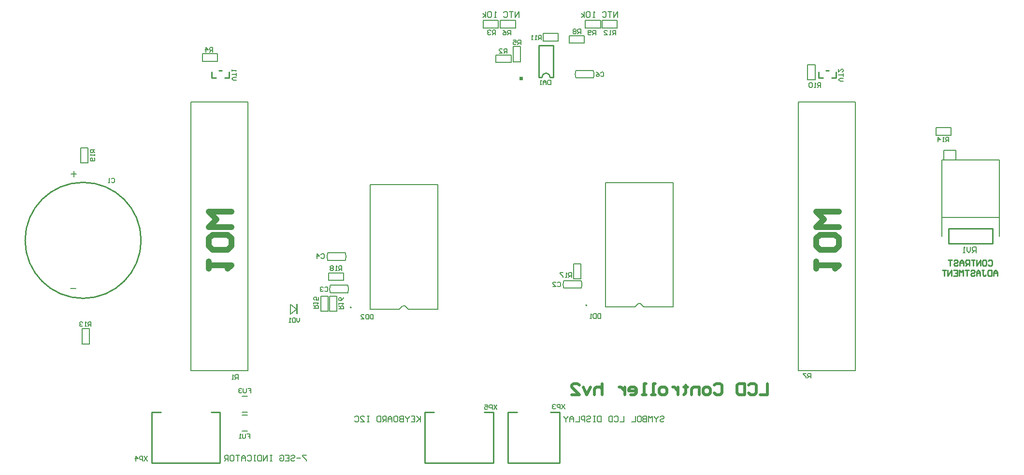
<source format=gbo>
G04*
G04 #@! TF.GenerationSoftware,Altium Limited,Altium Designer,18.1.1 (9)*
G04*
G04 Layer_Color=32896*
%FSLAX24Y24*%
%MOIN*%
G70*
G01*
G75*
%ADD10C,0.0079*%
%ADD11C,0.0394*%
%ADD12C,0.0197*%
%ADD56C,0.0070*%
%ADD57C,0.0100*%
G36*
X25624Y28185D02*
Y27465D01*
X25514D01*
Y28185D01*
X25624D01*
D02*
G37*
G36*
X40913Y43854D02*
X41163D01*
Y43604D01*
X40913D01*
Y43854D01*
D02*
G37*
D10*
X29325Y27944D02*
G03*
X29325Y27944I-35J0D01*
G01*
X45575Y28094D02*
G03*
X45575Y28094I-35J0D01*
G01*
X32882Y28052D02*
X33020D01*
X32641Y27816D02*
X32877Y28052D01*
X33025D02*
X33261Y27816D01*
X30622D02*
X32641D01*
X33261D02*
X35280D01*
Y36409D01*
X30622D02*
X35280D01*
X30622Y27816D02*
Y36409D01*
X62116Y42106D02*
X64085D01*
X60148D02*
X62116D01*
X62126Y23593D02*
X64085D01*
Y42106D01*
X60148Y23593D02*
X62126D01*
X60148D02*
Y42106D01*
X46872Y27966D02*
Y36559D01*
X51530D01*
Y27966D02*
Y36559D01*
X49511Y27966D02*
X51530D01*
X46872D02*
X48891D01*
X49275Y28202D02*
X49511Y27966D01*
X48891D02*
X49127Y28202D01*
X49132D02*
X49270D01*
X20226Y42106D02*
X22195D01*
X18258D02*
X20226D01*
X20236Y23593D02*
X22195D01*
Y42106D01*
X18258Y23593D02*
X20236D01*
X18258D02*
Y42106D01*
X21791Y20728D02*
X22146D01*
X21791Y21831D02*
X22146D01*
X25144Y27495D02*
Y28155D01*
X25574Y27825D01*
X25144Y27495D02*
X25574Y27825D01*
X21791Y19409D02*
X22146D01*
X21791Y20512D02*
X22146D01*
X10187Y36939D02*
Y37343D01*
X10010Y37146D02*
X10364D01*
X9961Y29242D02*
X10315D01*
X74016Y32854D02*
Y38100D01*
X70063Y32854D02*
Y38100D01*
X74016D01*
X70079Y34154D02*
X74016D01*
X70207Y38110D02*
Y38770D01*
X71024D01*
Y38110D02*
Y38770D01*
X30837Y27461D02*
Y27146D01*
X30679D01*
X30627Y27198D01*
Y27408D01*
X30679Y27461D01*
X30837D01*
X30522D02*
Y27146D01*
X30364D01*
X30312Y27198D01*
Y27408D01*
X30364Y27461D01*
X30522D01*
X29997Y27146D02*
X30207D01*
X29997Y27356D01*
Y27408D01*
X30049Y27461D01*
X30154D01*
X30207Y27408D01*
X34104Y20443D02*
Y20049D01*
Y20180D01*
X33842Y20443D01*
X34039Y20246D01*
X33842Y20049D01*
X33448Y20443D02*
X33711D01*
Y20049D01*
X33448D01*
X33711Y20246D02*
X33580D01*
X33317Y20443D02*
Y20377D01*
X33186Y20246D01*
X33055Y20377D01*
Y20443D01*
X33186Y20246D02*
Y20049D01*
X32924Y20443D02*
Y20049D01*
X32727D01*
X32661Y20115D01*
Y20180D01*
X32727Y20246D01*
X32924D01*
X32727D01*
X32661Y20312D01*
Y20377D01*
X32727Y20443D01*
X32924D01*
X32333D02*
X32464D01*
X32530Y20377D01*
Y20115D01*
X32464Y20049D01*
X32333D01*
X32268Y20115D01*
Y20377D01*
X32333Y20443D01*
X32136Y20049D02*
Y20312D01*
X32005Y20443D01*
X31874Y20312D01*
Y20049D01*
Y20246D01*
X32136D01*
X31743Y20049D02*
Y20443D01*
X31546D01*
X31481Y20377D01*
Y20246D01*
X31546Y20180D01*
X31743D01*
X31612D02*
X31481Y20049D01*
X31349Y20443D02*
Y20049D01*
X31153D01*
X31087Y20115D01*
Y20377D01*
X31153Y20443D01*
X31349D01*
X30562D02*
X30431D01*
X30497D01*
Y20049D01*
X30562D01*
X30431D01*
X29972D02*
X30234D01*
X29972Y20312D01*
Y20377D01*
X30037Y20443D01*
X30169D01*
X30234Y20377D01*
X29578D02*
X29644Y20443D01*
X29775D01*
X29841Y20377D01*
Y20115D01*
X29775Y20049D01*
X29644D01*
X29578Y20115D01*
X26220Y17736D02*
X25958D01*
Y17671D01*
X26220Y17408D01*
Y17343D01*
X25827Y17539D02*
X25565D01*
X25171Y17671D02*
X25237Y17736D01*
X25368D01*
X25433Y17671D01*
Y17605D01*
X25368Y17539D01*
X25237D01*
X25171Y17474D01*
Y17408D01*
X25237Y17343D01*
X25368D01*
X25433Y17408D01*
X24777Y17736D02*
X25040D01*
Y17343D01*
X24777D01*
X25040Y17539D02*
X24909D01*
X24384Y17671D02*
X24449Y17736D01*
X24581D01*
X24646Y17671D01*
Y17408D01*
X24581Y17343D01*
X24449D01*
X24384Y17408D01*
Y17539D01*
X24515D01*
X23859Y17736D02*
X23728D01*
X23793D01*
Y17343D01*
X23859D01*
X23728D01*
X23531D02*
Y17736D01*
X23269Y17343D01*
Y17736D01*
X23137D02*
Y17343D01*
X22941D01*
X22875Y17408D01*
Y17671D01*
X22941Y17736D01*
X23137D01*
X22744D02*
X22613D01*
X22678D01*
Y17343D01*
X22744D01*
X22613D01*
X22154Y17671D02*
X22219Y17736D01*
X22350D01*
X22416Y17671D01*
Y17408D01*
X22350Y17343D01*
X22219D01*
X22154Y17408D01*
X22022Y17343D02*
Y17605D01*
X21891Y17736D01*
X21760Y17605D01*
Y17343D01*
Y17539D01*
X22022D01*
X21629Y17736D02*
X21366D01*
X21498D01*
Y17343D01*
X21038Y17736D02*
X21170D01*
X21235Y17671D01*
Y17408D01*
X21170Y17343D01*
X21038D01*
X20973Y17408D01*
Y17671D01*
X21038Y17736D01*
X20842Y17343D02*
Y17736D01*
X20645D01*
X20579Y17671D01*
Y17539D01*
X20645Y17474D01*
X20842D01*
X20710D02*
X20579Y17343D01*
X50623Y20377D02*
X50689Y20443D01*
X50820D01*
X50886Y20377D01*
Y20312D01*
X50820Y20246D01*
X50689D01*
X50623Y20180D01*
Y20115D01*
X50689Y20049D01*
X50820D01*
X50886Y20115D01*
X50492Y20443D02*
Y20377D01*
X50361Y20246D01*
X50230Y20377D01*
Y20443D01*
X50361Y20246D02*
Y20049D01*
X50099D02*
Y20443D01*
X49967Y20312D01*
X49836Y20443D01*
Y20049D01*
X49705Y20443D02*
Y20049D01*
X49508D01*
X49443Y20115D01*
Y20180D01*
X49508Y20246D01*
X49705D01*
X49508D01*
X49443Y20312D01*
Y20377D01*
X49508Y20443D01*
X49705D01*
X49115D02*
X49246D01*
X49312Y20377D01*
Y20115D01*
X49246Y20049D01*
X49115D01*
X49049Y20115D01*
Y20377D01*
X49115Y20443D01*
X48918D02*
Y20049D01*
X48656D01*
X48131Y20443D02*
Y20049D01*
X47868D01*
X47475Y20377D02*
X47540Y20443D01*
X47672D01*
X47737Y20377D01*
Y20115D01*
X47672Y20049D01*
X47540D01*
X47475Y20115D01*
X47344Y20443D02*
Y20049D01*
X47147D01*
X47081Y20115D01*
Y20377D01*
X47147Y20443D01*
X47344D01*
X46557D02*
Y20049D01*
X46360D01*
X46294Y20115D01*
Y20377D01*
X46360Y20443D01*
X46557D01*
X46163D02*
X46032D01*
X46097D01*
Y20049D01*
X46163D01*
X46032D01*
X45573Y20377D02*
X45638Y20443D01*
X45769D01*
X45835Y20377D01*
Y20312D01*
X45769Y20246D01*
X45638D01*
X45573Y20180D01*
Y20115D01*
X45638Y20049D01*
X45769D01*
X45835Y20115D01*
X45441Y20049D02*
Y20443D01*
X45245D01*
X45179Y20377D01*
Y20246D01*
X45245Y20180D01*
X45441D01*
X45048Y20443D02*
Y20049D01*
X44785D01*
X44654D02*
Y20312D01*
X44523Y20443D01*
X44392Y20312D01*
Y20049D01*
Y20246D01*
X44654D01*
X44261Y20443D02*
Y20377D01*
X44129Y20246D01*
X43998Y20377D01*
Y20443D01*
X44129Y20246D02*
Y20049D01*
X40886Y47953D02*
Y48346D01*
X40623Y47953D01*
Y48346D01*
X40492D02*
X40230D01*
X40361D01*
Y47953D01*
X39836Y48281D02*
X39902Y48346D01*
X40033D01*
X40099Y48281D01*
Y48018D01*
X40033Y47953D01*
X39902D01*
X39836Y48018D01*
X39312Y47953D02*
X39180D01*
X39246D01*
Y48346D01*
X39312Y48281D01*
X38984D02*
X38918Y48346D01*
X38787D01*
X38721Y48281D01*
Y48018D01*
X38787Y47953D01*
X38918D01*
X38984Y48018D01*
Y48281D01*
X38590Y47953D02*
Y48346D01*
Y48084D02*
X38393Y48215D01*
X38590Y48084D02*
X38393Y47953D01*
X47697D02*
Y48346D01*
X47434Y47953D01*
Y48346D01*
X47303D02*
X47041D01*
X47172D01*
Y47953D01*
X46647Y48281D02*
X46713Y48346D01*
X46844D01*
X46910Y48281D01*
Y48018D01*
X46844Y47953D01*
X46713D01*
X46647Y48018D01*
X46123Y47953D02*
X45991D01*
X46057D01*
Y48346D01*
X46123Y48281D01*
X45795D02*
X45729Y48346D01*
X45598D01*
X45532Y48281D01*
Y48018D01*
X45598Y47953D01*
X45729D01*
X45795Y48018D01*
Y48281D01*
X45401Y47953D02*
Y48346D01*
Y48084D02*
X45204Y48215D01*
X45401Y48084D02*
X45204Y47953D01*
X39360Y21220D02*
X39150Y20906D01*
Y21220D02*
X39360Y20906D01*
X39045D02*
Y21220D01*
X38888D01*
X38835Y21168D01*
Y21063D01*
X38888Y21010D01*
X39045D01*
X38521Y21220D02*
X38731D01*
Y21063D01*
X38626Y21115D01*
X38573D01*
X38521Y21063D01*
Y20958D01*
X38573Y20906D01*
X38678D01*
X38731Y20958D01*
X11634Y38829D02*
X11319D01*
Y38671D01*
X11371Y38619D01*
X11476D01*
X11529Y38671D01*
Y38829D01*
Y38724D02*
X11634Y38619D01*
Y38514D02*
Y38409D01*
Y38461D01*
X11319D01*
X11371Y38514D01*
X11581Y38252D02*
X11634Y38199D01*
Y38094D01*
X11581Y38042D01*
X11371D01*
X11319Y38094D01*
Y38199D01*
X11371Y38252D01*
X11424D01*
X11476Y38199D01*
Y38042D01*
X15246Y17667D02*
X15036Y17352D01*
Y17667D02*
X15246Y17352D01*
X14931D02*
Y17667D01*
X14774D01*
X14721Y17615D01*
Y17510D01*
X14774Y17457D01*
X14931D01*
X14459Y17352D02*
Y17667D01*
X14616Y17510D01*
X14406D01*
X44045Y21258D02*
X43835Y20943D01*
Y21258D02*
X44045Y20943D01*
X43730D02*
Y21258D01*
X43573D01*
X43521Y21206D01*
Y21101D01*
X43573Y21048D01*
X43730D01*
X43416Y21206D02*
X43363Y21258D01*
X43258D01*
X43206Y21206D01*
Y21153D01*
X43258Y21101D01*
X43311D01*
X43258D01*
X43206Y21048D01*
Y20996D01*
X43258Y20943D01*
X43363D01*
X43416Y20996D01*
X63258Y43553D02*
X63048D01*
X62943Y43658D01*
X63048Y43763D01*
X63258D01*
Y43868D02*
Y44078D01*
Y43973D01*
X62943D01*
Y44393D02*
Y44183D01*
X63153Y44393D01*
X63205D01*
X63258Y44340D01*
Y44235D01*
X63205Y44183D01*
X21407Y43602D02*
X21197D01*
X21093Y43707D01*
X21197Y43812D01*
X21407D01*
Y43917D02*
Y44127D01*
Y44022D01*
X21093D01*
Y44232D02*
Y44337D01*
Y44285D01*
X21407D01*
X21355Y44232D01*
X25778Y27214D02*
Y27005D01*
X25673Y26900D01*
X25568Y27005D01*
Y27214D01*
X25463D02*
Y26900D01*
X25305D01*
X25253Y26952D01*
Y27162D01*
X25305Y27214D01*
X25463D01*
X25148Y26900D02*
X25043D01*
X25095D01*
Y27214D01*
X25148Y27162D01*
X28661Y30492D02*
Y30807D01*
X28504D01*
X28452Y30755D01*
Y30650D01*
X28504Y30597D01*
X28661D01*
X28556D02*
X28452Y30492D01*
X28347D02*
X28242D01*
X28294D01*
Y30807D01*
X28347Y30755D01*
X28084D02*
X28032Y30807D01*
X27927D01*
X27874Y30755D01*
Y30702D01*
X27927Y30650D01*
X27874Y30597D01*
Y30545D01*
X27927Y30492D01*
X28032D01*
X28084Y30545D01*
Y30597D01*
X28032Y30650D01*
X28084Y30702D01*
Y30755D01*
X28032Y30650D02*
X27927D01*
X44518Y30020D02*
Y30335D01*
X44360D01*
X44308Y30282D01*
Y30177D01*
X44360Y30125D01*
X44518D01*
X44413D02*
X44308Y30020D01*
X44203D02*
X44098D01*
X44150D01*
Y30335D01*
X44203Y30282D01*
X43940Y30335D02*
X43731D01*
Y30282D01*
X43940Y30072D01*
Y30020D01*
X28474Y27835D02*
X28789D01*
Y27992D01*
X28737Y28045D01*
X28632D01*
X28579Y27992D01*
Y27835D01*
Y27940D02*
X28474Y28045D01*
Y28149D02*
Y28254D01*
Y28202D01*
X28789D01*
X28737Y28149D01*
X28789Y28622D02*
X28737Y28517D01*
X28632Y28412D01*
X28527D01*
X28474Y28464D01*
Y28569D01*
X28527Y28622D01*
X28579D01*
X28632Y28569D01*
Y28412D01*
X26732Y27874D02*
X27047D01*
Y28031D01*
X26995Y28084D01*
X26890D01*
X26837Y28031D01*
Y27874D01*
Y27979D02*
X26732Y28084D01*
Y28189D02*
Y28294D01*
Y28241D01*
X27047D01*
X26995Y28189D01*
X27047Y28661D02*
Y28451D01*
X26890D01*
X26942Y28556D01*
Y28609D01*
X26890Y28661D01*
X26785D01*
X26732Y28609D01*
Y28504D01*
X26785Y28451D01*
X70541Y39370D02*
Y39685D01*
X70384D01*
X70331Y39632D01*
Y39528D01*
X70384Y39475D01*
X70541D01*
X70436D02*
X70331Y39370D01*
X70226D02*
X70122D01*
X70174D01*
Y39685D01*
X70226Y39632D01*
X69807Y39370D02*
Y39685D01*
X69964Y39528D01*
X69754D01*
X11378Y26634D02*
Y26949D01*
X11221D01*
X11168Y26896D01*
Y26791D01*
X11221Y26739D01*
X11378D01*
X11273D02*
X11168Y26634D01*
X11063D02*
X10958D01*
X11011D01*
Y26949D01*
X11063Y26896D01*
X10801D02*
X10748Y26949D01*
X10643D01*
X10591Y26896D01*
Y26844D01*
X10643Y26791D01*
X10696D01*
X10643D01*
X10591Y26739D01*
Y26686D01*
X10643Y26634D01*
X10748D01*
X10801Y26686D01*
X47559Y46742D02*
Y47057D01*
X47402D01*
X47349Y47005D01*
Y46900D01*
X47402Y46847D01*
X47559D01*
X47454D02*
X47349Y46742D01*
X47244D02*
X47139D01*
X47192D01*
Y47057D01*
X47244Y47005D01*
X46772Y46742D02*
X46982D01*
X46772Y46952D01*
Y47005D01*
X46824Y47057D01*
X46929D01*
X46982Y47005D01*
X42431Y46398D02*
Y46712D01*
X42274D01*
X42221Y46660D01*
Y46555D01*
X42274Y46503D01*
X42431D01*
X42326D02*
X42221Y46398D01*
X42116D02*
X42011D01*
X42064D01*
Y46712D01*
X42116Y46660D01*
X41854Y46398D02*
X41749D01*
X41801D01*
Y46712D01*
X41854Y46660D01*
X61693Y43130D02*
Y43445D01*
X61535D01*
X61483Y43392D01*
Y43287D01*
X61535Y43235D01*
X61693D01*
X61588D02*
X61483Y43130D01*
X61378D02*
X61273D01*
X61326D01*
Y43445D01*
X61378Y43392D01*
X61116D02*
X61063Y43445D01*
X60958D01*
X60906Y43392D01*
Y43182D01*
X60958Y43130D01*
X61063D01*
X61116Y43182D01*
Y43392D01*
X46181Y46742D02*
Y47057D01*
X46024D01*
X45971Y47005D01*
Y46900D01*
X46024Y46847D01*
X46181D01*
X46076D02*
X45971Y46742D01*
X45866Y46795D02*
X45814Y46742D01*
X45709D01*
X45656Y46795D01*
Y47005D01*
X45709Y47057D01*
X45814D01*
X45866Y47005D01*
Y46952D01*
X45814Y46900D01*
X45656D01*
X45148Y46821D02*
Y47136D01*
X44990D01*
X44938Y47083D01*
Y46978D01*
X44990Y46926D01*
X45148D01*
X45043D02*
X44938Y46821D01*
X44833Y47083D02*
X44780Y47136D01*
X44675D01*
X44623Y47083D01*
Y47031D01*
X44675Y46978D01*
X44623Y46926D01*
Y46873D01*
X44675Y46821D01*
X44780D01*
X44833Y46873D01*
Y46926D01*
X44780Y46978D01*
X44833Y47031D01*
Y47083D01*
X44780Y46978D02*
X44675D01*
X61014Y23081D02*
Y23396D01*
X60856D01*
X60804Y23343D01*
Y23238D01*
X60856Y23186D01*
X61014D01*
X60909D02*
X60804Y23081D01*
X60699Y23396D02*
X60489D01*
Y23343D01*
X60699Y23133D01*
Y23081D01*
X40315Y46742D02*
Y47057D01*
X40158D01*
X40105Y47005D01*
Y46900D01*
X40158Y46847D01*
X40315D01*
X40210D02*
X40105Y46742D01*
X39790Y47057D02*
X39895Y47005D01*
X40000Y46900D01*
Y46795D01*
X39948Y46742D01*
X39843D01*
X39790Y46795D01*
Y46847D01*
X39843Y46900D01*
X40000D01*
X41014Y46073D02*
Y46388D01*
X40856D01*
X40804Y46335D01*
Y46230D01*
X40856Y46178D01*
X41014D01*
X40909D02*
X40804Y46073D01*
X40489Y46388D02*
X40699D01*
Y46230D01*
X40594Y46283D01*
X40541D01*
X40489Y46230D01*
Y46125D01*
X40541Y46073D01*
X40646D01*
X40699Y46125D01*
X19764Y45561D02*
Y45876D01*
X19606D01*
X19554Y45823D01*
Y45718D01*
X19606Y45666D01*
X19764D01*
X19659D02*
X19554Y45561D01*
X19291D02*
Y45876D01*
X19449Y45718D01*
X19239D01*
X39262Y46752D02*
Y47067D01*
X39104D01*
X39052Y47014D01*
Y46909D01*
X39104Y46857D01*
X39262D01*
X39157D02*
X39052Y46752D01*
X38947Y47014D02*
X38894Y47067D01*
X38790D01*
X38737Y47014D01*
Y46962D01*
X38790Y46909D01*
X38842D01*
X38790D01*
X38737Y46857D01*
Y46804D01*
X38790Y46752D01*
X38894D01*
X38947Y46804D01*
X40059Y45482D02*
Y45797D01*
X39902D01*
X39849Y45745D01*
Y45640D01*
X39902Y45587D01*
X40059D01*
X39954D02*
X39849Y45482D01*
X39534D02*
X39744D01*
X39534Y45692D01*
Y45745D01*
X39587Y45797D01*
X39692D01*
X39744Y45745D01*
X21516Y22992D02*
Y23307D01*
X21358D01*
X21306Y23255D01*
Y23150D01*
X21358Y23097D01*
X21516D01*
X21411D02*
X21306Y22992D01*
X21201D02*
X21096D01*
X21148D01*
Y23307D01*
X21201Y23255D01*
X22192Y22362D02*
X22402D01*
Y22205D01*
X22297D01*
X22402D01*
Y22047D01*
X22087Y22362D02*
Y22100D01*
X22034Y22047D01*
X21929D01*
X21877Y22100D01*
Y22362D01*
X21772Y22310D02*
X21719Y22362D01*
X21614D01*
X21562Y22310D01*
Y22257D01*
X21614Y22205D01*
X21667D01*
X21614D01*
X21562Y22152D01*
Y22100D01*
X21614Y22047D01*
X21719D01*
X21772Y22100D01*
X22133Y19212D02*
X22343D01*
Y19055D01*
X22238D01*
X22343D01*
Y18898D01*
X22028Y19212D02*
Y18950D01*
X21975Y18898D01*
X21870D01*
X21818Y18950D01*
Y19212D01*
X21713Y18898D02*
X21608D01*
X21660D01*
Y19212D01*
X21713Y19160D01*
X46535Y27510D02*
Y27195D01*
X46378D01*
X46326Y27247D01*
Y27457D01*
X46378Y27510D01*
X46535D01*
X46221D02*
Y27195D01*
X46063D01*
X46011Y27247D01*
Y27457D01*
X46063Y27510D01*
X46221D01*
X45906Y27195D02*
X45801D01*
X45853D01*
Y27510D01*
X45906Y27457D01*
X43081Y43622D02*
Y43307D01*
X42923D01*
X42871Y43360D01*
Y43569D01*
X42923Y43622D01*
X43081D01*
X42766Y43307D02*
Y43517D01*
X42661Y43622D01*
X42556Y43517D01*
Y43307D01*
Y43465D01*
X42766D01*
X42451Y43307D02*
X42346D01*
X42399D01*
Y43622D01*
X42451Y43569D01*
X27241Y31591D02*
X27293Y31644D01*
X27398D01*
X27451Y31591D01*
Y31381D01*
X27398Y31329D01*
X27293D01*
X27241Y31381D01*
X26978Y31329D02*
Y31644D01*
X27136Y31486D01*
X26926D01*
X27497Y29298D02*
X27549Y29350D01*
X27654D01*
X27707Y29298D01*
Y29088D01*
X27654Y29035D01*
X27549D01*
X27497Y29088D01*
X27392Y29298D02*
X27339Y29350D01*
X27234D01*
X27182Y29298D01*
Y29245D01*
X27234Y29193D01*
X27287D01*
X27234D01*
X27182Y29140D01*
Y29088D01*
X27234Y29035D01*
X27339D01*
X27392Y29088D01*
X43540Y29632D02*
X43593Y29685D01*
X43698D01*
X43750Y29632D01*
Y29423D01*
X43698Y29370D01*
X43593D01*
X43540Y29423D01*
X43225Y29370D02*
X43435D01*
X43225Y29580D01*
Y29632D01*
X43278Y29685D01*
X43383D01*
X43435Y29632D01*
X12782Y36808D02*
X12835Y36860D01*
X12940D01*
X12992Y36808D01*
Y36598D01*
X12940Y36545D01*
X12835D01*
X12782Y36598D01*
X12677Y36545D02*
X12572D01*
X12625D01*
Y36860D01*
X12677Y36808D01*
X46532Y44130D02*
X46585Y44183D01*
X46690D01*
X46742Y44130D01*
Y43921D01*
X46690Y43868D01*
X46585D01*
X46532Y43921D01*
X46217Y44183D02*
X46322Y44130D01*
X46427Y44026D01*
Y43921D01*
X46375Y43868D01*
X46270D01*
X46217Y43921D01*
Y43973D01*
X46270Y44026D01*
X46427D01*
X72437Y31713D02*
Y32106D01*
X72240D01*
X72174Y32041D01*
Y31909D01*
X72240Y31844D01*
X72437D01*
X72306D02*
X72174Y31713D01*
X72043Y32106D02*
Y31844D01*
X71912Y31713D01*
X71781Y31844D01*
Y32106D01*
X71650Y31713D02*
X71519D01*
X71584D01*
Y32106D01*
X71650Y32041D01*
D11*
X61388Y30600D02*
Y31125D01*
Y30863D01*
X62962D01*
X62700Y30600D01*
Y31912D02*
X62962Y32175D01*
Y32699D01*
X62700Y32962D01*
X61650D01*
X61388Y32699D01*
Y32175D01*
X61650Y31912D01*
X62700D01*
X62962Y33487D02*
X61388D01*
X61913Y34011D01*
X61388Y34536D01*
X62962D01*
X19498Y30600D02*
Y31125D01*
Y30863D01*
X21072D01*
X20810Y30600D01*
Y31912D02*
X21072Y32175D01*
Y32699D01*
X20810Y32962D01*
X19760D01*
X19498Y32699D01*
Y32175D01*
X19760Y31912D01*
X20810D01*
X21072Y33487D02*
X19498D01*
X20023Y34011D01*
X19498Y34536D01*
X21072D01*
D12*
X58041Y22697D02*
Y21909D01*
X57517D01*
X56729Y22565D02*
X56861Y22697D01*
X57123D01*
X57254Y22565D01*
Y22041D01*
X57123Y21909D01*
X56861D01*
X56729Y22041D01*
X56467Y22697D02*
Y21909D01*
X56073D01*
X55942Y22041D01*
Y22565D01*
X56073Y22697D01*
X56467D01*
X54368Y22565D02*
X54499Y22697D01*
X54762D01*
X54893Y22565D01*
Y22041D01*
X54762Y21909D01*
X54499D01*
X54368Y22041D01*
X53974Y21909D02*
X53712D01*
X53581Y22041D01*
Y22303D01*
X53712Y22434D01*
X53974D01*
X54106Y22303D01*
Y22041D01*
X53974Y21909D01*
X53318D02*
Y22434D01*
X52925D01*
X52794Y22303D01*
Y21909D01*
X52400Y22565D02*
Y22434D01*
X52531D01*
X52269D01*
X52400D01*
Y22041D01*
X52269Y21909D01*
X51875Y22434D02*
Y21909D01*
Y22172D01*
X51744Y22303D01*
X51613Y22434D01*
X51482D01*
X50957Y21909D02*
X50695D01*
X50563Y22041D01*
Y22303D01*
X50695Y22434D01*
X50957D01*
X51088Y22303D01*
Y22041D01*
X50957Y21909D01*
X50301D02*
X50039D01*
X50170D01*
Y22697D01*
X50301D01*
X49645Y21909D02*
X49383D01*
X49514D01*
Y22697D01*
X49645D01*
X48596Y21909D02*
X48858D01*
X48989Y22041D01*
Y22303D01*
X48858Y22434D01*
X48596D01*
X48464Y22303D01*
Y22172D01*
X48989D01*
X48202Y22434D02*
Y21909D01*
Y22172D01*
X48071Y22303D01*
X47940Y22434D01*
X47808D01*
X46628Y22697D02*
Y21909D01*
Y22303D01*
X46497Y22434D01*
X46234D01*
X46103Y22303D01*
Y21909D01*
X45841Y22434D02*
X45578Y21909D01*
X45316Y22434D01*
X44529Y21909D02*
X45053D01*
X44529Y22434D01*
Y22565D01*
X44660Y22697D01*
X44922D01*
X45053Y22565D01*
D56*
X28911Y31192D02*
G03*
X28910Y31703I-609J255D01*
G01*
X27703D02*
G03*
X27703Y31192I608J-256D01*
G01*
X29088Y28958D02*
G03*
X29087Y29468I-609J255D01*
G01*
X27880D02*
G03*
X27880Y28958I608J-256D01*
G01*
X45190Y29273D02*
G03*
X45190Y29783I-609J255D01*
G01*
X43983D02*
G03*
X43982Y29273I608J-256D01*
G01*
X46027Y43770D02*
G03*
X46027Y44280I-608J256D01*
G01*
X44820D02*
G03*
X44820Y43770I609J-255D01*
G01*
X10659Y38947D02*
X11171D01*
X10659Y37904D02*
X11171D01*
Y38947D01*
X10659Y37904D02*
Y38947D01*
X27707Y31192D02*
X28907D01*
X27707Y31703D02*
X28907D01*
X27884Y28958D02*
X29084D01*
X27884Y29469D02*
X29085D01*
X43986Y29273D02*
X45186D01*
X43986Y29783D02*
X45187D01*
X27746Y29803D02*
Y30315D01*
X28789Y29803D02*
Y30315D01*
X27746D02*
X28789D01*
X27746Y29803D02*
X28789D01*
X44665Y29911D02*
X45177D01*
X44665Y30955D02*
X45177D01*
X44665Y29911D02*
Y30955D01*
X45177Y29911D02*
Y30955D01*
X27215Y27677D02*
X27726D01*
X27215Y28720D02*
X27726D01*
X27215Y27677D02*
Y28720D01*
X27726Y27677D02*
Y28720D01*
X27815Y27677D02*
X28327D01*
X27815Y28720D02*
X28327D01*
X27815Y27677D02*
Y28720D01*
X28327Y27677D02*
Y28720D01*
X20098Y44921D02*
Y45433D01*
X19055Y44921D02*
Y45433D01*
Y44921D02*
X20098D01*
X19055Y45433D02*
X20098D01*
X60807Y44685D02*
X61319D01*
X60807Y43642D02*
X61319D01*
Y44685D01*
X60807Y43642D02*
Y44685D01*
X40354Y44852D02*
Y45364D01*
X39311Y44852D02*
Y45364D01*
Y44852D02*
X40354D01*
X39311Y45364D02*
X40354D01*
X40482Y45935D02*
X40994D01*
X40482Y44892D02*
X40994D01*
Y45935D01*
X40482Y44892D02*
Y45935D01*
X44360Y46181D02*
Y46693D01*
X45404Y46181D02*
Y46693D01*
X44360D02*
X45404D01*
X44360Y46181D02*
X45404D01*
X42559Y46329D02*
Y46841D01*
X43602Y46329D02*
Y46841D01*
X42559D02*
X43602D01*
X42559Y46329D02*
X43602D01*
X39478Y47224D02*
Y47736D01*
X38435Y47224D02*
Y47736D01*
Y47224D02*
X39478D01*
X38435Y47736D02*
X39478D01*
X46516Y47224D02*
Y47736D01*
X45472Y47224D02*
Y47736D01*
Y47224D02*
X46516D01*
X45472Y47736D02*
X46516D01*
X40650Y47224D02*
Y47736D01*
X39606Y47224D02*
Y47736D01*
Y47224D02*
X40650D01*
X39606Y47736D02*
X40650D01*
X47677Y47224D02*
Y47736D01*
X46634Y47224D02*
Y47736D01*
Y47224D02*
X47677D01*
X46634Y47736D02*
X47677D01*
X44823Y43770D02*
X46024D01*
X44824Y44281D02*
X46024D01*
X69656Y39823D02*
Y40335D01*
X70699Y39823D02*
Y40335D01*
X69656D02*
X70699D01*
X69656Y39823D02*
X70699D01*
X10748Y25423D02*
X11260D01*
X10748Y26467D02*
X11260D01*
X10748Y25423D02*
Y26467D01*
X11260Y25423D02*
Y26467D01*
D57*
X43041Y43806D02*
G03*
X42482Y43825I-279J19D01*
G01*
X14827Y32569D02*
G03*
X14827Y32569I-4000J0D01*
G01*
X34400Y20716D02*
X35030D01*
X38494D02*
X39124D01*
X34400Y17212D02*
X39124D01*
Y20716D01*
X34400Y17212D02*
Y20716D01*
X15551Y20716D02*
X16181D01*
X19646D02*
X20276D01*
X15551Y17212D02*
X20276D01*
Y20716D01*
X15551Y17212D02*
Y20716D01*
X40138Y17212D02*
Y20716D01*
X43681Y17212D02*
Y20716D01*
X40138D02*
X40768D01*
X43051D02*
X43681D01*
X40138Y17212D02*
X43681D01*
X61572Y43773D02*
Y44173D01*
X62072Y44273D02*
X62272D01*
X62472Y43773D02*
X62772D01*
Y44173D01*
X61572Y43773D02*
X61872D01*
X19682Y43783D02*
Y44183D01*
X20182Y44283D02*
X20382D01*
X20582Y43783D02*
X20882D01*
Y44183D01*
X19682Y43783D02*
X19982D01*
X42263Y43804D02*
X42463D01*
X43063D02*
X43263D01*
X42263Y46004D02*
X43263D01*
X42263Y43804D02*
Y46004D01*
X43263Y43804D02*
Y46004D01*
X70527Y32343D02*
X73559D01*
X70527Y33366D02*
X73559D01*
Y32343D02*
Y33366D01*
X70527Y32343D02*
Y33366D01*
X73888Y30118D02*
Y30380D01*
X73757Y30512D01*
X73625Y30380D01*
Y30118D01*
Y30315D01*
X73888D01*
X73494Y30512D02*
Y30118D01*
X73297D01*
X73232Y30184D01*
Y30446D01*
X73297Y30512D01*
X73494D01*
X72838D02*
X72969D01*
X72904D01*
Y30184D01*
X72969Y30118D01*
X73035D01*
X73101Y30184D01*
X72707Y30118D02*
Y30380D01*
X72576Y30512D01*
X72445Y30380D01*
Y30118D01*
Y30315D01*
X72707D01*
X72051Y30446D02*
X72117Y30512D01*
X72248D01*
X72313Y30446D01*
Y30380D01*
X72248Y30315D01*
X72117D01*
X72051Y30249D01*
Y30184D01*
X72117Y30118D01*
X72248D01*
X72313Y30184D01*
X71920Y30512D02*
X71658D01*
X71789D01*
Y30118D01*
X71526D02*
Y30512D01*
X71395Y30380D01*
X71264Y30512D01*
Y30118D01*
X70870Y30512D02*
X71133D01*
Y30118D01*
X70870D01*
X71133Y30315D02*
X71002D01*
X70739Y30118D02*
Y30512D01*
X70477Y30118D01*
Y30512D01*
X70346D02*
X70083D01*
X70214D01*
Y30118D01*
X73261Y31135D02*
X73327Y31201D01*
X73458D01*
X73524Y31135D01*
Y30873D01*
X73458Y30807D01*
X73327D01*
X73261Y30873D01*
X72933Y31201D02*
X73064D01*
X73130Y31135D01*
Y30873D01*
X73064Y30807D01*
X72933D01*
X72868Y30873D01*
Y31135D01*
X72933Y31201D01*
X72736Y30807D02*
Y31201D01*
X72474Y30807D01*
Y31201D01*
X72343D02*
X72081D01*
X72212D01*
Y30807D01*
X71949D02*
Y31201D01*
X71753D01*
X71687Y31135D01*
Y31004D01*
X71753Y30938D01*
X71949D01*
X71818D02*
X71687Y30807D01*
X71556D02*
Y31069D01*
X71425Y31201D01*
X71293Y31069D01*
Y30807D01*
Y31004D01*
X71556D01*
X70900Y31135D02*
X70965Y31201D01*
X71097D01*
X71162Y31135D01*
Y31069D01*
X71097Y31004D01*
X70965D01*
X70900Y30938D01*
Y30873D01*
X70965Y30807D01*
X71097D01*
X71162Y30873D01*
X70769Y31201D02*
X70506D01*
X70637D01*
Y30807D01*
M02*

</source>
